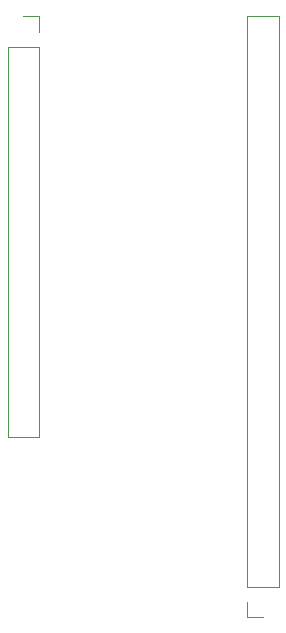
<source format=gbr>
%TF.GenerationSoftware,KiCad,Pcbnew,7.0.1*%
%TF.CreationDate,2023-04-17T09:27:04+12:00*%
%TF.ProjectId,MCT8329A-breakout,4d435438-3332-4394-912d-627265616b6f,1.0*%
%TF.SameCoordinates,Original*%
%TF.FileFunction,Legend,Bot*%
%TF.FilePolarity,Positive*%
%FSLAX46Y46*%
G04 Gerber Fmt 4.6, Leading zero omitted, Abs format (unit mm)*
G04 Created by KiCad (PCBNEW 7.0.1) date 2023-04-17 09:27:04*
%MOMM*%
%LPD*%
G01*
G04 APERTURE LIST*
%ADD10C,0.120000*%
G04 APERTURE END LIST*
D10*
%TO.C,J2*%
X151505000Y-108335000D02*
X151505000Y-109665000D01*
X151505000Y-107065000D02*
X151505000Y-58745000D01*
X151505000Y-58745000D02*
X154165000Y-58745000D01*
X151505000Y-109665000D02*
X152835000Y-109665000D01*
X154165000Y-107065000D02*
X154165000Y-58745000D01*
X151505000Y-107065000D02*
X154165000Y-107065000D01*
%TO.C,J1*%
X133875000Y-58755000D02*
X132545000Y-58755000D01*
X133875000Y-94435000D02*
X131215000Y-94435000D01*
X133875000Y-61355000D02*
X131215000Y-61355000D01*
X131215000Y-61355000D02*
X131215000Y-94435000D01*
X133875000Y-60085000D02*
X133875000Y-58755000D01*
X133875000Y-61355000D02*
X133875000Y-94435000D01*
%TD*%
M02*

</source>
